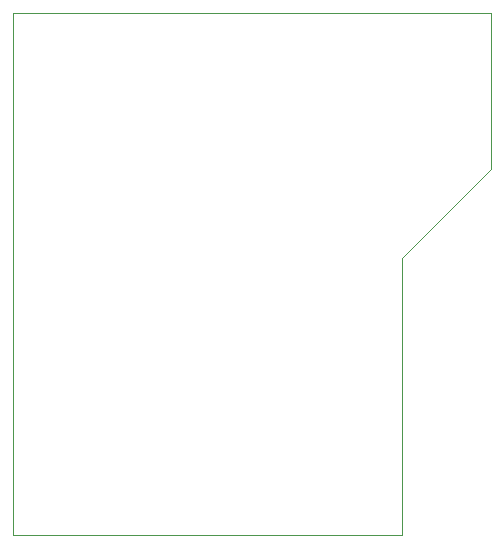
<source format=gbr>
G04 #@! TF.GenerationSoftware,KiCad,Pcbnew,no-vcs-found-ea855c1~58~ubuntu16.04.1*
G04 #@! TF.CreationDate,2017-06-06T15:51:33-04:00*
G04 #@! TF.ProjectId,KillSwitch,4B696C6C5377697463682E6B69636164,rev?*
G04 #@! TF.FileFunction,Profile,NP*
%FSLAX46Y46*%
G04 Gerber Fmt 4.6, Leading zero omitted, Abs format (unit mm)*
G04 Created by KiCad (PCBNEW no-vcs-found-ea855c1~58~ubuntu16.04.1) date Tue Jun  6 15:51:33 2017*
%MOMM*%
%LPD*%
G01*
G04 APERTURE LIST*
%ADD10C,0.100000*%
G04 APERTURE END LIST*
D10*
X176000000Y-52800000D02*
X176000000Y-57000000D01*
X216500000Y-52800000D02*
X176000000Y-52800000D01*
X216500000Y-57000000D02*
X216500000Y-52800000D01*
X205000000Y-97000000D02*
X205500000Y-97000000D01*
X209000000Y-97000000D02*
X205500000Y-97000000D01*
X209000000Y-73500000D02*
X209000000Y-97000000D01*
X216500000Y-66000000D02*
X209000000Y-73500000D01*
X216500000Y-66000000D02*
X216500000Y-57000000D01*
X176000000Y-97000000D02*
X205000000Y-97000000D01*
X176000000Y-57000000D02*
X176000000Y-97000000D01*
M02*

</source>
